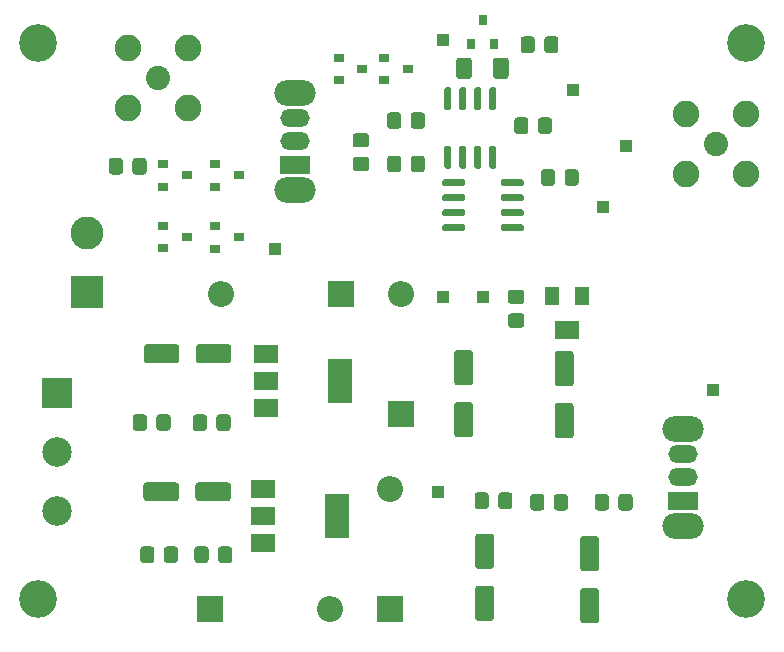
<source format=gbr>
%TF.GenerationSoftware,KiCad,Pcbnew,(5.1.8-0-10_14)*%
%TF.CreationDate,2022-02-24T11:51:05-06:00*%
%TF.ProjectId,SAQ_KiCad_alpha,5341515f-4b69-4436-9164-5f616c706861,rev?*%
%TF.SameCoordinates,Original*%
%TF.FileFunction,Soldermask,Top*%
%TF.FilePolarity,Negative*%
%FSLAX46Y46*%
G04 Gerber Fmt 4.6, Leading zero omitted, Abs format (unit mm)*
G04 Created by KiCad (PCBNEW (5.1.8-0-10_14)) date 2022-02-24 11:51:05*
%MOMM*%
%LPD*%
G01*
G04 APERTURE LIST*
%ADD10R,1.000000X1.000000*%
%ADD11C,2.250000*%
%ADD12C,2.050000*%
%ADD13C,3.200000*%
%ADD14R,2.000000X1.500000*%
%ADD15R,2.000000X3.800000*%
%ADD16O,3.500000X2.200000*%
%ADD17O,2.500000X1.500000*%
%ADD18R,2.500000X1.500000*%
%ADD19R,1.300000X1.600000*%
%ADD20R,2.000000X1.600000*%
%ADD21R,0.800000X0.900000*%
%ADD22R,0.900000X0.800000*%
%ADD23C,2.500000*%
%ADD24R,2.500000X2.500000*%
%ADD25C,2.800000*%
%ADD26R,2.800000X2.800000*%
%ADD27O,2.200000X2.200000*%
%ADD28R,2.200000X2.200000*%
G04 APERTURE END LIST*
D10*
%TO.C,TP5*%
X164719000Y-47815500D03*
%TD*%
D11*
%TO.C,J4*%
X162369500Y-29527500D03*
X162369500Y-24447500D03*
X167449500Y-24447500D03*
X167449500Y-29527500D03*
D12*
X164909500Y-26987500D03*
%TD*%
D11*
%TO.C,J3*%
X115189000Y-24003000D03*
X115189000Y-18923000D03*
X120269000Y-18923000D03*
X120269000Y-24003000D03*
D12*
X117729000Y-21463000D03*
%TD*%
D13*
%TO.C,H5*%
X107500000Y-18500000D03*
%TD*%
%TO.C,H4*%
X167500000Y-18500000D03*
%TD*%
%TO.C,H3*%
X167500000Y-65500000D03*
%TD*%
%TO.C,H2*%
X107500000Y-65500000D03*
%TD*%
%TO.C,U4*%
G36*
G01*
X143726000Y-33949500D02*
X143726000Y-34249500D01*
G75*
G02*
X143576000Y-34399500I-150000J0D01*
G01*
X141926000Y-34399500D01*
G75*
G02*
X141776000Y-34249500I0J150000D01*
G01*
X141776000Y-33949500D01*
G75*
G02*
X141926000Y-33799500I150000J0D01*
G01*
X143576000Y-33799500D01*
G75*
G02*
X143726000Y-33949500I0J-150000D01*
G01*
G37*
G36*
G01*
X143726000Y-32679500D02*
X143726000Y-32979500D01*
G75*
G02*
X143576000Y-33129500I-150000J0D01*
G01*
X141926000Y-33129500D01*
G75*
G02*
X141776000Y-32979500I0J150000D01*
G01*
X141776000Y-32679500D01*
G75*
G02*
X141926000Y-32529500I150000J0D01*
G01*
X143576000Y-32529500D01*
G75*
G02*
X143726000Y-32679500I0J-150000D01*
G01*
G37*
G36*
G01*
X143726000Y-31409500D02*
X143726000Y-31709500D01*
G75*
G02*
X143576000Y-31859500I-150000J0D01*
G01*
X141926000Y-31859500D01*
G75*
G02*
X141776000Y-31709500I0J150000D01*
G01*
X141776000Y-31409500D01*
G75*
G02*
X141926000Y-31259500I150000J0D01*
G01*
X143576000Y-31259500D01*
G75*
G02*
X143726000Y-31409500I0J-150000D01*
G01*
G37*
G36*
G01*
X143726000Y-30139500D02*
X143726000Y-30439500D01*
G75*
G02*
X143576000Y-30589500I-150000J0D01*
G01*
X141926000Y-30589500D01*
G75*
G02*
X141776000Y-30439500I0J150000D01*
G01*
X141776000Y-30139500D01*
G75*
G02*
X141926000Y-29989500I150000J0D01*
G01*
X143576000Y-29989500D01*
G75*
G02*
X143726000Y-30139500I0J-150000D01*
G01*
G37*
G36*
G01*
X148676000Y-30139500D02*
X148676000Y-30439500D01*
G75*
G02*
X148526000Y-30589500I-150000J0D01*
G01*
X146876000Y-30589500D01*
G75*
G02*
X146726000Y-30439500I0J150000D01*
G01*
X146726000Y-30139500D01*
G75*
G02*
X146876000Y-29989500I150000J0D01*
G01*
X148526000Y-29989500D01*
G75*
G02*
X148676000Y-30139500I0J-150000D01*
G01*
G37*
G36*
G01*
X148676000Y-31409500D02*
X148676000Y-31709500D01*
G75*
G02*
X148526000Y-31859500I-150000J0D01*
G01*
X146876000Y-31859500D01*
G75*
G02*
X146726000Y-31709500I0J150000D01*
G01*
X146726000Y-31409500D01*
G75*
G02*
X146876000Y-31259500I150000J0D01*
G01*
X148526000Y-31259500D01*
G75*
G02*
X148676000Y-31409500I0J-150000D01*
G01*
G37*
G36*
G01*
X148676000Y-32679500D02*
X148676000Y-32979500D01*
G75*
G02*
X148526000Y-33129500I-150000J0D01*
G01*
X146876000Y-33129500D01*
G75*
G02*
X146726000Y-32979500I0J150000D01*
G01*
X146726000Y-32679500D01*
G75*
G02*
X146876000Y-32529500I150000J0D01*
G01*
X148526000Y-32529500D01*
G75*
G02*
X148676000Y-32679500I0J-150000D01*
G01*
G37*
G36*
G01*
X148676000Y-33949500D02*
X148676000Y-34249500D01*
G75*
G02*
X148526000Y-34399500I-150000J0D01*
G01*
X146876000Y-34399500D01*
G75*
G02*
X146726000Y-34249500I0J150000D01*
G01*
X146726000Y-33949500D01*
G75*
G02*
X146876000Y-33799500I150000J0D01*
G01*
X148526000Y-33799500D01*
G75*
G02*
X148676000Y-33949500I0J-150000D01*
G01*
G37*
%TD*%
D10*
%TO.C,TP9*%
X127635000Y-35941000D03*
%TD*%
%TO.C,TP8*%
X145224500Y-39941500D03*
%TD*%
%TO.C,TP7*%
X141414500Y-56451500D03*
%TD*%
%TO.C,TP6*%
X141795500Y-39941500D03*
%TD*%
%TO.C,TP4*%
X157289500Y-27178000D03*
%TD*%
%TO.C,TP3*%
X155384500Y-32321500D03*
%TD*%
%TO.C,TP2*%
X152844500Y-22479000D03*
%TD*%
%TO.C,TP1*%
X141859000Y-18224500D03*
%TD*%
%TO.C,U3*%
G36*
G01*
X142390000Y-24155500D02*
X142090000Y-24155500D01*
G75*
G02*
X141940000Y-24005500I0J150000D01*
G01*
X141940000Y-22355500D01*
G75*
G02*
X142090000Y-22205500I150000J0D01*
G01*
X142390000Y-22205500D01*
G75*
G02*
X142540000Y-22355500I0J-150000D01*
G01*
X142540000Y-24005500D01*
G75*
G02*
X142390000Y-24155500I-150000J0D01*
G01*
G37*
G36*
G01*
X143660000Y-24155500D02*
X143360000Y-24155500D01*
G75*
G02*
X143210000Y-24005500I0J150000D01*
G01*
X143210000Y-22355500D01*
G75*
G02*
X143360000Y-22205500I150000J0D01*
G01*
X143660000Y-22205500D01*
G75*
G02*
X143810000Y-22355500I0J-150000D01*
G01*
X143810000Y-24005500D01*
G75*
G02*
X143660000Y-24155500I-150000J0D01*
G01*
G37*
G36*
G01*
X144930000Y-24155500D02*
X144630000Y-24155500D01*
G75*
G02*
X144480000Y-24005500I0J150000D01*
G01*
X144480000Y-22355500D01*
G75*
G02*
X144630000Y-22205500I150000J0D01*
G01*
X144930000Y-22205500D01*
G75*
G02*
X145080000Y-22355500I0J-150000D01*
G01*
X145080000Y-24005500D01*
G75*
G02*
X144930000Y-24155500I-150000J0D01*
G01*
G37*
G36*
G01*
X146200000Y-24155500D02*
X145900000Y-24155500D01*
G75*
G02*
X145750000Y-24005500I0J150000D01*
G01*
X145750000Y-22355500D01*
G75*
G02*
X145900000Y-22205500I150000J0D01*
G01*
X146200000Y-22205500D01*
G75*
G02*
X146350000Y-22355500I0J-150000D01*
G01*
X146350000Y-24005500D01*
G75*
G02*
X146200000Y-24155500I-150000J0D01*
G01*
G37*
G36*
G01*
X146200000Y-29105500D02*
X145900000Y-29105500D01*
G75*
G02*
X145750000Y-28955500I0J150000D01*
G01*
X145750000Y-27305500D01*
G75*
G02*
X145900000Y-27155500I150000J0D01*
G01*
X146200000Y-27155500D01*
G75*
G02*
X146350000Y-27305500I0J-150000D01*
G01*
X146350000Y-28955500D01*
G75*
G02*
X146200000Y-29105500I-150000J0D01*
G01*
G37*
G36*
G01*
X144930000Y-29105500D02*
X144630000Y-29105500D01*
G75*
G02*
X144480000Y-28955500I0J150000D01*
G01*
X144480000Y-27305500D01*
G75*
G02*
X144630000Y-27155500I150000J0D01*
G01*
X144930000Y-27155500D01*
G75*
G02*
X145080000Y-27305500I0J-150000D01*
G01*
X145080000Y-28955500D01*
G75*
G02*
X144930000Y-29105500I-150000J0D01*
G01*
G37*
G36*
G01*
X143660000Y-29105500D02*
X143360000Y-29105500D01*
G75*
G02*
X143210000Y-28955500I0J150000D01*
G01*
X143210000Y-27305500D01*
G75*
G02*
X143360000Y-27155500I150000J0D01*
G01*
X143660000Y-27155500D01*
G75*
G02*
X143810000Y-27305500I0J-150000D01*
G01*
X143810000Y-28955500D01*
G75*
G02*
X143660000Y-29105500I-150000J0D01*
G01*
G37*
G36*
G01*
X142390000Y-29105500D02*
X142090000Y-29105500D01*
G75*
G02*
X141940000Y-28955500I0J150000D01*
G01*
X141940000Y-27305500D01*
G75*
G02*
X142090000Y-27155500I150000J0D01*
G01*
X142390000Y-27155500D01*
G75*
G02*
X142540000Y-27305500I0J-150000D01*
G01*
X142540000Y-28955500D01*
G75*
G02*
X142390000Y-29105500I-150000J0D01*
G01*
G37*
%TD*%
D14*
%TO.C,U2*%
X126580500Y-56183500D03*
X126580500Y-60783500D03*
X126580500Y-58483500D03*
D15*
X132880500Y-58483500D03*
%TD*%
D14*
%TO.C,U1*%
X126841720Y-44761120D03*
X126841720Y-49361120D03*
X126841720Y-47061120D03*
D15*
X133141720Y-47061120D03*
%TD*%
D16*
%TO.C,SW2*%
X162115500Y-51145000D03*
X162115500Y-59345000D03*
D17*
X162115500Y-53245000D03*
X162115500Y-55245000D03*
D18*
X162115500Y-57245000D03*
%TD*%
D16*
%TO.C,SW1*%
X129286000Y-22665500D03*
X129286000Y-30865500D03*
D17*
X129286000Y-24765500D03*
X129286000Y-26765500D03*
D18*
X129286000Y-28765500D03*
%TD*%
D19*
%TO.C,RV1*%
X151086500Y-39888500D03*
D20*
X152336500Y-42788500D03*
D19*
X153586500Y-39888500D03*
%TD*%
%TO.C,R16*%
G36*
G01*
X151317500Y-29394999D02*
X151317500Y-30295001D01*
G75*
G02*
X151067501Y-30545000I-249999J0D01*
G01*
X150367499Y-30545000D01*
G75*
G02*
X150117500Y-30295001I0J249999D01*
G01*
X150117500Y-29394999D01*
G75*
G02*
X150367499Y-29145000I249999J0D01*
G01*
X151067501Y-29145000D01*
G75*
G02*
X151317500Y-29394999I0J-249999D01*
G01*
G37*
G36*
G01*
X153317500Y-29394999D02*
X153317500Y-30295001D01*
G75*
G02*
X153067501Y-30545000I-249999J0D01*
G01*
X152367499Y-30545000D01*
G75*
G02*
X152117500Y-30295001I0J249999D01*
G01*
X152117500Y-29394999D01*
G75*
G02*
X152367499Y-29145000I249999J0D01*
G01*
X153067501Y-29145000D01*
G75*
G02*
X153317500Y-29394999I0J-249999D01*
G01*
G37*
%TD*%
%TO.C,R14*%
G36*
G01*
X149603000Y-18155499D02*
X149603000Y-19055501D01*
G75*
G02*
X149353001Y-19305500I-249999J0D01*
G01*
X148652999Y-19305500D01*
G75*
G02*
X148403000Y-19055501I0J249999D01*
G01*
X148403000Y-18155499D01*
G75*
G02*
X148652999Y-17905500I249999J0D01*
G01*
X149353001Y-17905500D01*
G75*
G02*
X149603000Y-18155499I0J-249999D01*
G01*
G37*
G36*
G01*
X151603000Y-18155499D02*
X151603000Y-19055501D01*
G75*
G02*
X151353001Y-19305500I-249999J0D01*
G01*
X150652999Y-19305500D01*
G75*
G02*
X150403000Y-19055501I0J249999D01*
G01*
X150403000Y-18155499D01*
G75*
G02*
X150652999Y-17905500I249999J0D01*
G01*
X151353001Y-17905500D01*
G75*
G02*
X151603000Y-18155499I0J-249999D01*
G01*
G37*
%TD*%
%TO.C,R13*%
G36*
G01*
X149863000Y-25913501D02*
X149863000Y-25013499D01*
G75*
G02*
X150112999Y-24763500I249999J0D01*
G01*
X150813001Y-24763500D01*
G75*
G02*
X151063000Y-25013499I0J-249999D01*
G01*
X151063000Y-25913501D01*
G75*
G02*
X150813001Y-26163500I-249999J0D01*
G01*
X150112999Y-26163500D01*
G75*
G02*
X149863000Y-25913501I0J249999D01*
G01*
G37*
G36*
G01*
X147863000Y-25913501D02*
X147863000Y-25013499D01*
G75*
G02*
X148112999Y-24763500I249999J0D01*
G01*
X148813001Y-24763500D01*
G75*
G02*
X149063000Y-25013499I0J-249999D01*
G01*
X149063000Y-25913501D01*
G75*
G02*
X148813001Y-26163500I-249999J0D01*
G01*
X148112999Y-26163500D01*
G75*
G02*
X147863000Y-25913501I0J249999D01*
G01*
G37*
%TD*%
%TO.C,R12*%
G36*
G01*
X139093400Y-29162161D02*
X139093400Y-28262159D01*
G75*
G02*
X139343399Y-28012160I249999J0D01*
G01*
X140043401Y-28012160D01*
G75*
G02*
X140293400Y-28262159I0J-249999D01*
G01*
X140293400Y-29162161D01*
G75*
G02*
X140043401Y-29412160I-249999J0D01*
G01*
X139343399Y-29412160D01*
G75*
G02*
X139093400Y-29162161I0J249999D01*
G01*
G37*
G36*
G01*
X137093400Y-29162161D02*
X137093400Y-28262159D01*
G75*
G02*
X137343399Y-28012160I249999J0D01*
G01*
X138043401Y-28012160D01*
G75*
G02*
X138293400Y-28262159I0J-249999D01*
G01*
X138293400Y-29162161D01*
G75*
G02*
X138043401Y-29412160I-249999J0D01*
G01*
X137343399Y-29412160D01*
G75*
G02*
X137093400Y-29162161I0J249999D01*
G01*
G37*
%TD*%
%TO.C,R11*%
G36*
G01*
X139093400Y-25484241D02*
X139093400Y-24584239D01*
G75*
G02*
X139343399Y-24334240I249999J0D01*
G01*
X140043401Y-24334240D01*
G75*
G02*
X140293400Y-24584239I0J-249999D01*
G01*
X140293400Y-25484241D01*
G75*
G02*
X140043401Y-25734240I-249999J0D01*
G01*
X139343399Y-25734240D01*
G75*
G02*
X139093400Y-25484241I0J249999D01*
G01*
G37*
G36*
G01*
X137093400Y-25484241D02*
X137093400Y-24584239D01*
G75*
G02*
X137343399Y-24334240I249999J0D01*
G01*
X138043401Y-24334240D01*
G75*
G02*
X138293400Y-24584239I0J-249999D01*
G01*
X138293400Y-25484241D01*
G75*
G02*
X138043401Y-25734240I-249999J0D01*
G01*
X137343399Y-25734240D01*
G75*
G02*
X137093400Y-25484241I0J249999D01*
G01*
G37*
%TD*%
%TO.C,R10*%
G36*
G01*
X135324001Y-27302000D02*
X134423999Y-27302000D01*
G75*
G02*
X134174000Y-27052001I0J249999D01*
G01*
X134174000Y-26351999D01*
G75*
G02*
X134423999Y-26102000I249999J0D01*
G01*
X135324001Y-26102000D01*
G75*
G02*
X135574000Y-26351999I0J-249999D01*
G01*
X135574000Y-27052001D01*
G75*
G02*
X135324001Y-27302000I-249999J0D01*
G01*
G37*
G36*
G01*
X135324001Y-29302000D02*
X134423999Y-29302000D01*
G75*
G02*
X134174000Y-29052001I0J249999D01*
G01*
X134174000Y-28351999D01*
G75*
G02*
X134423999Y-28102000I249999J0D01*
G01*
X135324001Y-28102000D01*
G75*
G02*
X135574000Y-28351999I0J-249999D01*
G01*
X135574000Y-29052001D01*
G75*
G02*
X135324001Y-29302000I-249999J0D01*
G01*
G37*
%TD*%
%TO.C,R9*%
G36*
G01*
X155873500Y-56890499D02*
X155873500Y-57790501D01*
G75*
G02*
X155623501Y-58040500I-249999J0D01*
G01*
X154923499Y-58040500D01*
G75*
G02*
X154673500Y-57790501I0J249999D01*
G01*
X154673500Y-56890499D01*
G75*
G02*
X154923499Y-56640500I249999J0D01*
G01*
X155623501Y-56640500D01*
G75*
G02*
X155873500Y-56890499I0J-249999D01*
G01*
G37*
G36*
G01*
X157873500Y-56890499D02*
X157873500Y-57790501D01*
G75*
G02*
X157623501Y-58040500I-249999J0D01*
G01*
X156923499Y-58040500D01*
G75*
G02*
X156673500Y-57790501I0J249999D01*
G01*
X156673500Y-56890499D01*
G75*
G02*
X156923499Y-56640500I249999J0D01*
G01*
X157623501Y-56640500D01*
G75*
G02*
X157873500Y-56890499I0J-249999D01*
G01*
G37*
%TD*%
%TO.C,R8*%
G36*
G01*
X150412500Y-56890499D02*
X150412500Y-57790501D01*
G75*
G02*
X150162501Y-58040500I-249999J0D01*
G01*
X149462499Y-58040500D01*
G75*
G02*
X149212500Y-57790501I0J249999D01*
G01*
X149212500Y-56890499D01*
G75*
G02*
X149462499Y-56640500I249999J0D01*
G01*
X150162501Y-56640500D01*
G75*
G02*
X150412500Y-56890499I0J-249999D01*
G01*
G37*
G36*
G01*
X152412500Y-56890499D02*
X152412500Y-57790501D01*
G75*
G02*
X152162501Y-58040500I-249999J0D01*
G01*
X151462499Y-58040500D01*
G75*
G02*
X151212500Y-57790501I0J249999D01*
G01*
X151212500Y-56890499D01*
G75*
G02*
X151462499Y-56640500I249999J0D01*
G01*
X152162501Y-56640500D01*
G75*
G02*
X152412500Y-56890499I0J-249999D01*
G01*
G37*
%TD*%
%TO.C,R7*%
G36*
G01*
X147568499Y-41357500D02*
X148468501Y-41357500D01*
G75*
G02*
X148718500Y-41607499I0J-249999D01*
G01*
X148718500Y-42307501D01*
G75*
G02*
X148468501Y-42557500I-249999J0D01*
G01*
X147568499Y-42557500D01*
G75*
G02*
X147318500Y-42307501I0J249999D01*
G01*
X147318500Y-41607499D01*
G75*
G02*
X147568499Y-41357500I249999J0D01*
G01*
G37*
G36*
G01*
X147568499Y-39357500D02*
X148468501Y-39357500D01*
G75*
G02*
X148718500Y-39607499I0J-249999D01*
G01*
X148718500Y-40307501D01*
G75*
G02*
X148468501Y-40557500I-249999J0D01*
G01*
X147568499Y-40557500D01*
G75*
G02*
X147318500Y-40307501I0J249999D01*
G01*
X147318500Y-39607499D01*
G75*
G02*
X147568499Y-39357500I249999J0D01*
G01*
G37*
%TD*%
%TO.C,R6*%
G36*
G01*
X145697500Y-56763499D02*
X145697500Y-57663501D01*
G75*
G02*
X145447501Y-57913500I-249999J0D01*
G01*
X144747499Y-57913500D01*
G75*
G02*
X144497500Y-57663501I0J249999D01*
G01*
X144497500Y-56763499D01*
G75*
G02*
X144747499Y-56513500I249999J0D01*
G01*
X145447501Y-56513500D01*
G75*
G02*
X145697500Y-56763499I0J-249999D01*
G01*
G37*
G36*
G01*
X147697500Y-56763499D02*
X147697500Y-57663501D01*
G75*
G02*
X147447501Y-57913500I-249999J0D01*
G01*
X146747499Y-57913500D01*
G75*
G02*
X146497500Y-57663501I0J249999D01*
G01*
X146497500Y-56763499D01*
G75*
G02*
X146747499Y-56513500I249999J0D01*
G01*
X147447501Y-56513500D01*
G75*
G02*
X147697500Y-56763499I0J-249999D01*
G01*
G37*
%TD*%
%TO.C,R5*%
G36*
G01*
X122780500Y-62235501D02*
X122780500Y-61335499D01*
G75*
G02*
X123030499Y-61085500I249999J0D01*
G01*
X123730501Y-61085500D01*
G75*
G02*
X123980500Y-61335499I0J-249999D01*
G01*
X123980500Y-62235501D01*
G75*
G02*
X123730501Y-62485500I-249999J0D01*
G01*
X123030499Y-62485500D01*
G75*
G02*
X122780500Y-62235501I0J249999D01*
G01*
G37*
G36*
G01*
X120780500Y-62235501D02*
X120780500Y-61335499D01*
G75*
G02*
X121030499Y-61085500I249999J0D01*
G01*
X121730501Y-61085500D01*
G75*
G02*
X121980500Y-61335499I0J-249999D01*
G01*
X121980500Y-62235501D01*
G75*
G02*
X121730501Y-62485500I-249999J0D01*
G01*
X121030499Y-62485500D01*
G75*
G02*
X120780500Y-62235501I0J249999D01*
G01*
G37*
%TD*%
%TO.C,R4*%
G36*
G01*
X121837500Y-50159499D02*
X121837500Y-51059501D01*
G75*
G02*
X121587501Y-51309500I-249999J0D01*
G01*
X120887499Y-51309500D01*
G75*
G02*
X120637500Y-51059501I0J249999D01*
G01*
X120637500Y-50159499D01*
G75*
G02*
X120887499Y-49909500I249999J0D01*
G01*
X121587501Y-49909500D01*
G75*
G02*
X121837500Y-50159499I0J-249999D01*
G01*
G37*
G36*
G01*
X123837500Y-50159499D02*
X123837500Y-51059501D01*
G75*
G02*
X123587501Y-51309500I-249999J0D01*
G01*
X122887499Y-51309500D01*
G75*
G02*
X122637500Y-51059501I0J249999D01*
G01*
X122637500Y-50159499D01*
G75*
G02*
X122887499Y-49909500I249999J0D01*
G01*
X123587501Y-49909500D01*
G75*
G02*
X123837500Y-50159499I0J-249999D01*
G01*
G37*
%TD*%
%TO.C,R3*%
G36*
G01*
X118192500Y-62235501D02*
X118192500Y-61335499D01*
G75*
G02*
X118442499Y-61085500I249999J0D01*
G01*
X119142501Y-61085500D01*
G75*
G02*
X119392500Y-61335499I0J-249999D01*
G01*
X119392500Y-62235501D01*
G75*
G02*
X119142501Y-62485500I-249999J0D01*
G01*
X118442499Y-62485500D01*
G75*
G02*
X118192500Y-62235501I0J249999D01*
G01*
G37*
G36*
G01*
X116192500Y-62235501D02*
X116192500Y-61335499D01*
G75*
G02*
X116442499Y-61085500I249999J0D01*
G01*
X117142501Y-61085500D01*
G75*
G02*
X117392500Y-61335499I0J-249999D01*
G01*
X117392500Y-62235501D01*
G75*
G02*
X117142501Y-62485500I-249999J0D01*
G01*
X116442499Y-62485500D01*
G75*
G02*
X116192500Y-62235501I0J249999D01*
G01*
G37*
%TD*%
%TO.C,R2*%
G36*
G01*
X116757500Y-50143499D02*
X116757500Y-51043501D01*
G75*
G02*
X116507501Y-51293500I-249999J0D01*
G01*
X115807499Y-51293500D01*
G75*
G02*
X115557500Y-51043501I0J249999D01*
G01*
X115557500Y-50143499D01*
G75*
G02*
X115807499Y-49893500I249999J0D01*
G01*
X116507501Y-49893500D01*
G75*
G02*
X116757500Y-50143499I0J-249999D01*
G01*
G37*
G36*
G01*
X118757500Y-50143499D02*
X118757500Y-51043501D01*
G75*
G02*
X118507501Y-51293500I-249999J0D01*
G01*
X117807499Y-51293500D01*
G75*
G02*
X117557500Y-51043501I0J249999D01*
G01*
X117557500Y-50143499D01*
G75*
G02*
X117807499Y-49893500I249999J0D01*
G01*
X118507501Y-49893500D01*
G75*
G02*
X118757500Y-50143499I0J-249999D01*
G01*
G37*
%TD*%
%TO.C,R1*%
G36*
G01*
X114725500Y-28442499D02*
X114725500Y-29342501D01*
G75*
G02*
X114475501Y-29592500I-249999J0D01*
G01*
X113775499Y-29592500D01*
G75*
G02*
X113525500Y-29342501I0J249999D01*
G01*
X113525500Y-28442499D01*
G75*
G02*
X113775499Y-28192500I249999J0D01*
G01*
X114475501Y-28192500D01*
G75*
G02*
X114725500Y-28442499I0J-249999D01*
G01*
G37*
G36*
G01*
X116725500Y-28442499D02*
X116725500Y-29342501D01*
G75*
G02*
X116475501Y-29592500I-249999J0D01*
G01*
X115775499Y-29592500D01*
G75*
G02*
X115525500Y-29342501I0J249999D01*
G01*
X115525500Y-28442499D01*
G75*
G02*
X115775499Y-28192500I249999J0D01*
G01*
X116475501Y-28192500D01*
G75*
G02*
X116725500Y-28442499I0J-249999D01*
G01*
G37*
%TD*%
D21*
%TO.C,Q7*%
X145177000Y-16528500D03*
X146127000Y-18528500D03*
X144227000Y-18528500D03*
%TD*%
D22*
%TO.C,Q6*%
X134985000Y-20637500D03*
X132985000Y-21587500D03*
X132985000Y-19687500D03*
%TD*%
%TO.C,Q5*%
X138858500Y-20637500D03*
X136858500Y-21587500D03*
X136858500Y-19687500D03*
%TD*%
%TO.C,Q4*%
X124550680Y-34925000D03*
X122550680Y-35875000D03*
X122550680Y-33975000D03*
%TD*%
%TO.C,Q3*%
X124550680Y-29667200D03*
X122550680Y-30617200D03*
X122550680Y-28717200D03*
%TD*%
%TO.C,Q2*%
X120151400Y-34891980D03*
X118151400Y-35841980D03*
X118151400Y-33941980D03*
%TD*%
%TO.C,Q1*%
X120151400Y-29667200D03*
X118151400Y-30617200D03*
X118151400Y-28717200D03*
%TD*%
D23*
%TO.C,J2*%
X109156500Y-58102500D03*
X109156500Y-53102500D03*
D24*
X109156500Y-48102500D03*
%TD*%
D25*
%TO.C,J1*%
X111696500Y-34560500D03*
D26*
X111696500Y-39560500D03*
%TD*%
D27*
%TO.C,D4*%
X132270500Y-66357500D03*
D28*
X122110500Y-66357500D03*
%TD*%
D27*
%TO.C,D3*%
X122999500Y-39687500D03*
D28*
X133159500Y-39687500D03*
%TD*%
D27*
%TO.C,D2*%
X137350500Y-56197500D03*
D28*
X137350500Y-66357500D03*
%TD*%
D27*
%TO.C,D1*%
X138239500Y-39687500D03*
D28*
X138239500Y-49847500D03*
%TD*%
%TO.C,C7*%
G36*
G01*
X146061000Y-21249003D02*
X146061000Y-19948997D01*
G75*
G02*
X146310997Y-19699000I249997J0D01*
G01*
X147136003Y-19699000D01*
G75*
G02*
X147386000Y-19948997I0J-249997D01*
G01*
X147386000Y-21249003D01*
G75*
G02*
X147136003Y-21499000I-249997J0D01*
G01*
X146310997Y-21499000D01*
G75*
G02*
X146061000Y-21249003I0J249997D01*
G01*
G37*
G36*
G01*
X142936000Y-21249003D02*
X142936000Y-19948997D01*
G75*
G02*
X143185997Y-19699000I249997J0D01*
G01*
X144011003Y-19699000D01*
G75*
G02*
X144261000Y-19948997I0J-249997D01*
G01*
X144261000Y-21249003D01*
G75*
G02*
X144011003Y-21499000I-249997J0D01*
G01*
X143185997Y-21499000D01*
G75*
G02*
X142936000Y-21249003I0J249997D01*
G01*
G37*
%TD*%
%TO.C,C6*%
G36*
G01*
X154791500Y-63203500D02*
X153691500Y-63203500D01*
G75*
G02*
X153441500Y-62953500I0J250000D01*
G01*
X153441500Y-60453500D01*
G75*
G02*
X153691500Y-60203500I250000J0D01*
G01*
X154791500Y-60203500D01*
G75*
G02*
X155041500Y-60453500I0J-250000D01*
G01*
X155041500Y-62953500D01*
G75*
G02*
X154791500Y-63203500I-250000J0D01*
G01*
G37*
G36*
G01*
X154791500Y-67603500D02*
X153691500Y-67603500D01*
G75*
G02*
X153441500Y-67353500I0J250000D01*
G01*
X153441500Y-64853500D01*
G75*
G02*
X153691500Y-64603500I250000J0D01*
G01*
X154791500Y-64603500D01*
G75*
G02*
X155041500Y-64853500I0J-250000D01*
G01*
X155041500Y-67353500D01*
G75*
G02*
X154791500Y-67603500I-250000J0D01*
G01*
G37*
%TD*%
%TO.C,C5*%
G36*
G01*
X151532500Y-48937500D02*
X152632500Y-48937500D01*
G75*
G02*
X152882500Y-49187500I0J-250000D01*
G01*
X152882500Y-51687500D01*
G75*
G02*
X152632500Y-51937500I-250000J0D01*
G01*
X151532500Y-51937500D01*
G75*
G02*
X151282500Y-51687500I0J250000D01*
G01*
X151282500Y-49187500D01*
G75*
G02*
X151532500Y-48937500I250000J0D01*
G01*
G37*
G36*
G01*
X151532500Y-44537500D02*
X152632500Y-44537500D01*
G75*
G02*
X152882500Y-44787500I0J-250000D01*
G01*
X152882500Y-47287500D01*
G75*
G02*
X152632500Y-47537500I-250000J0D01*
G01*
X151532500Y-47537500D01*
G75*
G02*
X151282500Y-47287500I0J250000D01*
G01*
X151282500Y-44787500D01*
G75*
G02*
X151532500Y-44537500I250000J0D01*
G01*
G37*
%TD*%
%TO.C,C4*%
G36*
G01*
X145901500Y-62990500D02*
X144801500Y-62990500D01*
G75*
G02*
X144551500Y-62740500I0J250000D01*
G01*
X144551500Y-60240500D01*
G75*
G02*
X144801500Y-59990500I250000J0D01*
G01*
X145901500Y-59990500D01*
G75*
G02*
X146151500Y-60240500I0J-250000D01*
G01*
X146151500Y-62740500D01*
G75*
G02*
X145901500Y-62990500I-250000J0D01*
G01*
G37*
G36*
G01*
X145901500Y-67390500D02*
X144801500Y-67390500D01*
G75*
G02*
X144551500Y-67140500I0J250000D01*
G01*
X144551500Y-64640500D01*
G75*
G02*
X144801500Y-64390500I250000J0D01*
G01*
X145901500Y-64390500D01*
G75*
G02*
X146151500Y-64640500I0J-250000D01*
G01*
X146151500Y-67140500D01*
G75*
G02*
X145901500Y-67390500I-250000J0D01*
G01*
G37*
%TD*%
%TO.C,C3*%
G36*
G01*
X143023500Y-48855500D02*
X144123500Y-48855500D01*
G75*
G02*
X144373500Y-49105500I0J-250000D01*
G01*
X144373500Y-51605500D01*
G75*
G02*
X144123500Y-51855500I-250000J0D01*
G01*
X143023500Y-51855500D01*
G75*
G02*
X142773500Y-51605500I0J250000D01*
G01*
X142773500Y-49105500D01*
G75*
G02*
X143023500Y-48855500I250000J0D01*
G01*
G37*
G36*
G01*
X143023500Y-44455500D02*
X144123500Y-44455500D01*
G75*
G02*
X144373500Y-44705500I0J-250000D01*
G01*
X144373500Y-47205500D01*
G75*
G02*
X144123500Y-47455500I-250000J0D01*
G01*
X143023500Y-47455500D01*
G75*
G02*
X142773500Y-47205500I0J250000D01*
G01*
X142773500Y-44705500D01*
G75*
G02*
X143023500Y-44455500I250000J0D01*
G01*
G37*
%TD*%
%TO.C,C2*%
G36*
G01*
X120864500Y-57001500D02*
X120864500Y-55901500D01*
G75*
G02*
X121114500Y-55651500I250000J0D01*
G01*
X123614500Y-55651500D01*
G75*
G02*
X123864500Y-55901500I0J-250000D01*
G01*
X123864500Y-57001500D01*
G75*
G02*
X123614500Y-57251500I-250000J0D01*
G01*
X121114500Y-57251500D01*
G75*
G02*
X120864500Y-57001500I0J250000D01*
G01*
G37*
G36*
G01*
X116464500Y-57001500D02*
X116464500Y-55901500D01*
G75*
G02*
X116714500Y-55651500I250000J0D01*
G01*
X119214500Y-55651500D01*
G75*
G02*
X119464500Y-55901500I0J-250000D01*
G01*
X119464500Y-57001500D01*
G75*
G02*
X119214500Y-57251500I-250000J0D01*
G01*
X116714500Y-57251500D01*
G75*
G02*
X116464500Y-57001500I0J250000D01*
G01*
G37*
%TD*%
%TO.C,C1*%
G36*
G01*
X119505500Y-44217500D02*
X119505500Y-45317500D01*
G75*
G02*
X119255500Y-45567500I-250000J0D01*
G01*
X116755500Y-45567500D01*
G75*
G02*
X116505500Y-45317500I0J250000D01*
G01*
X116505500Y-44217500D01*
G75*
G02*
X116755500Y-43967500I250000J0D01*
G01*
X119255500Y-43967500D01*
G75*
G02*
X119505500Y-44217500I0J-250000D01*
G01*
G37*
G36*
G01*
X123905500Y-44217500D02*
X123905500Y-45317500D01*
G75*
G02*
X123655500Y-45567500I-250000J0D01*
G01*
X121155500Y-45567500D01*
G75*
G02*
X120905500Y-45317500I0J250000D01*
G01*
X120905500Y-44217500D01*
G75*
G02*
X121155500Y-43967500I250000J0D01*
G01*
X123655500Y-43967500D01*
G75*
G02*
X123905500Y-44217500I0J-250000D01*
G01*
G37*
%TD*%
M02*

</source>
